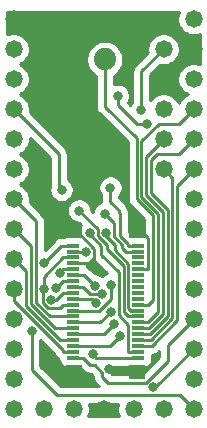
<source format=gbr>
G04 #@! TF.GenerationSoftware,KiCad,Pcbnew,(5.1.0)-1*
G04 #@! TF.CreationDate,2020-11-17T16:37:49-05:00*
G04 #@! TF.ProjectId,T61_LC_Scanner,5436315f-4c43-45f5-9363-616e6e65722e,rev?*
G04 #@! TF.SameCoordinates,Original*
G04 #@! TF.FileFunction,Copper,L2,Bot*
G04 #@! TF.FilePolarity,Positive*
%FSLAX46Y46*%
G04 Gerber Fmt 4.6, Leading zero omitted, Abs format (unit mm)*
G04 Created by KiCad (PCBNEW (5.1.0)-1) date 2020-11-17 16:37:49*
%MOMM*%
%LPD*%
G04 APERTURE LIST*
%ADD10R,1.100000X0.300000*%
%ADD11R,1.320000X1.300000*%
%ADD12C,1.473200*%
%ADD13C,1.879600*%
%ADD14C,0.800000*%
%ADD15C,0.250000*%
%ADD16C,0.254000*%
G04 APERTURE END LIST*
D10*
X135474000Y-110070000D03*
X129974000Y-110070000D03*
X135474000Y-109570000D03*
X129974000Y-109570000D03*
X135474000Y-109070000D03*
X129974000Y-109070000D03*
X135474000Y-108570000D03*
X129974000Y-108570000D03*
X135474000Y-108070000D03*
X129974000Y-108070000D03*
X135474000Y-107570000D03*
X129974000Y-107570000D03*
X135474000Y-107070000D03*
X129974000Y-107070000D03*
X135474000Y-106570000D03*
X129974000Y-106570000D03*
X135474000Y-106070000D03*
X129974000Y-106070000D03*
X135474000Y-105570000D03*
X129974000Y-105570000D03*
X135474000Y-105070000D03*
X129974000Y-105070000D03*
X135474000Y-104570000D03*
X129974000Y-104570000D03*
X135474000Y-104070000D03*
X129974000Y-104070000D03*
X135474000Y-103570000D03*
X129974000Y-103570000D03*
X135474000Y-103070000D03*
X129974000Y-103070000D03*
X135474000Y-102570000D03*
X129974000Y-102570000D03*
X135474000Y-102070000D03*
X129974000Y-102070000D03*
X135474000Y-101570000D03*
X129974000Y-101570000D03*
X135474000Y-101070000D03*
X129974000Y-101070000D03*
X135474000Y-100570000D03*
X129974000Y-100570000D03*
D11*
X135364000Y-99370000D03*
X130084000Y-99370000D03*
X135364000Y-111270000D03*
X130084000Y-111270000D03*
D12*
X137638000Y-94091800D03*
X132558000Y-114411800D03*
X137638000Y-91551800D03*
X130018000Y-114411800D03*
X127478000Y-114411800D03*
X137638000Y-83931800D03*
X135098000Y-114411800D03*
X137638000Y-114411800D03*
X137638000Y-89011800D03*
X140178000Y-81391800D03*
X124938000Y-81391800D03*
X140178000Y-83931800D03*
X140178000Y-86471800D03*
X124938000Y-83931800D03*
X140178000Y-89011800D03*
X140178000Y-91551800D03*
X140178000Y-94091800D03*
X140178000Y-96631800D03*
X140178000Y-99171800D03*
X140178000Y-101711800D03*
X140178000Y-104251800D03*
X140178000Y-106791800D03*
X140178000Y-109331800D03*
X140178000Y-111871800D03*
X140178000Y-114411800D03*
X124938000Y-114411800D03*
X124938000Y-111871800D03*
X124938000Y-109331800D03*
X124938000Y-106791800D03*
X124938000Y-104251800D03*
X124938000Y-101711800D03*
X124938000Y-99171800D03*
X124938000Y-96631800D03*
X124938000Y-94091800D03*
X124938000Y-91551800D03*
X124938000Y-89011800D03*
X124938000Y-86471800D03*
D13*
X132650000Y-84800000D03*
D14*
X133050000Y-111000000D03*
X128854300Y-111300600D03*
X131250000Y-111700000D03*
X135200000Y-98050000D03*
X131622700Y-109748200D03*
X133750000Y-87900000D03*
X136200000Y-90300000D03*
X131788200Y-103956300D03*
X133144800Y-103884800D03*
X133156500Y-106193300D03*
X133410300Y-107208300D03*
X133926500Y-108258500D03*
X131870900Y-105399700D03*
X136777000Y-112570700D03*
X132455300Y-104636800D03*
X128845800Y-102870500D03*
X128501700Y-104195300D03*
X128099000Y-105150000D03*
X127503800Y-104227300D03*
X131388200Y-99485000D03*
X130483300Y-97602100D03*
X132765600Y-99476500D03*
X129000000Y-95850000D03*
X126450000Y-107800000D03*
X127550000Y-102000000D03*
X133127400Y-95650000D03*
X132670200Y-97887800D03*
X135750900Y-89105800D03*
X131084900Y-101137000D03*
D15*
X137638000Y-94091800D02*
X138385000Y-94838800D01*
X138385000Y-94838800D02*
X138385000Y-106726400D01*
X138385000Y-106726400D02*
X136541400Y-108570000D01*
X136541400Y-108570000D02*
X136301700Y-108570000D01*
X135474000Y-108570000D02*
X136301700Y-108570000D01*
X128854300Y-111300600D02*
X129115700Y-111300600D01*
X129115700Y-111300600D02*
X129146300Y-111270000D01*
X135720000Y-99370000D02*
X135364000Y-99370000D01*
X136301700Y-99951700D02*
X135720000Y-99370000D01*
X136301700Y-102542300D02*
X136301700Y-99951700D01*
X135474000Y-102570000D02*
X136274000Y-102570000D01*
X136274000Y-102570000D02*
X136301700Y-102542300D01*
X129974000Y-102070000D02*
X131110400Y-102070000D01*
X131110400Y-102070000D02*
X131380000Y-102070000D01*
X130311900Y-99370000D02*
X130084000Y-99370000D01*
X131770700Y-100828800D02*
X130311900Y-99370000D01*
X131770700Y-101629300D02*
X131770700Y-100828800D01*
X131110400Y-102070000D02*
X131330000Y-102070000D01*
X131330000Y-102070000D02*
X131770700Y-101629300D01*
X131770700Y-101629300D02*
X131770700Y-102070700D01*
X131770700Y-102070700D02*
X131600000Y-102241400D01*
X137638000Y-91551800D02*
X136153100Y-93036700D01*
X136153100Y-93036700D02*
X136153100Y-96283100D01*
X136153100Y-96283100D02*
X137579600Y-97709600D01*
X137579600Y-97709600D02*
X137579600Y-106363000D01*
X137579600Y-106363000D02*
X136372600Y-107570000D01*
X136372600Y-107570000D02*
X135474000Y-107570000D01*
X135474000Y-110070000D02*
X131944500Y-110070000D01*
X131944500Y-110070000D02*
X131622700Y-109748200D01*
X133750000Y-87900000D02*
X133750000Y-88650000D01*
X133750000Y-88650000D02*
X135400000Y-90300000D01*
X135400000Y-90300000D02*
X136200000Y-90300000D01*
X129974000Y-103070000D02*
X130901900Y-103070000D01*
X130901900Y-103070000D02*
X131788200Y-103956300D01*
X138908000Y-90281800D02*
X140178000Y-89011800D01*
X137220754Y-90281800D02*
X138908000Y-90281800D01*
X135474000Y-107070000D02*
X136301700Y-107070000D01*
X136301700Y-107070000D02*
X137174400Y-106197300D01*
X137174400Y-106197300D02*
X137174400Y-97873492D01*
X137174400Y-97873492D02*
X135750400Y-96449492D01*
X135750400Y-96449492D02*
X135750400Y-91752154D01*
X135750400Y-91752154D02*
X137220754Y-90281800D01*
X137078200Y-92821800D02*
X138908000Y-92821800D01*
X136555510Y-93344490D02*
X137078200Y-92821800D01*
X136555510Y-96116418D02*
X136555510Y-93344490D01*
X138908000Y-92821800D02*
X140178000Y-91551800D01*
X136444100Y-108070000D02*
X137982300Y-106531800D01*
X135474000Y-108070000D02*
X136444100Y-108070000D01*
X137982300Y-106531800D02*
X137982300Y-97542700D01*
X137982300Y-97542700D02*
X136613700Y-96174100D01*
X136613700Y-96174100D02*
X136613192Y-96174100D01*
X136613192Y-96174100D02*
X136555510Y-96116418D01*
X136621400Y-109070000D02*
X135474000Y-109070000D01*
X138787410Y-106903990D02*
X136621400Y-109070000D01*
X138787410Y-95482390D02*
X138787410Y-106903990D01*
X140178000Y-94091800D02*
X138787410Y-95482390D01*
X130801700Y-106070000D02*
X130809100Y-106077400D01*
X130809100Y-106077400D02*
X132151700Y-106077400D01*
X132151700Y-106077400D02*
X133144700Y-105084400D01*
X133144700Y-105084400D02*
X133144700Y-103884800D01*
X133144700Y-103884800D02*
X133144800Y-103884800D01*
X129974000Y-106070000D02*
X130801700Y-106070000D01*
X129974000Y-107070000D02*
X132279800Y-107070000D01*
X132279800Y-107070000D02*
X133156500Y-106193300D01*
X133410300Y-107208300D02*
X132548600Y-108070000D01*
X132548600Y-108070000D02*
X129974000Y-108070000D01*
X133926500Y-108258500D02*
X133115000Y-109070000D01*
X133115000Y-109070000D02*
X129974000Y-109070000D01*
X137993500Y-108976300D02*
X140178000Y-106791800D01*
X137993500Y-110346400D02*
X137993500Y-108976300D01*
X136142499Y-112197401D02*
X137993500Y-110346400D01*
X132929101Y-112197401D02*
X136142499Y-112197401D01*
X129974000Y-110070000D02*
X130801700Y-110070000D01*
X130801700Y-110070000D02*
X131415850Y-110684150D01*
X131415850Y-110684150D02*
X131784150Y-110684150D01*
X131784150Y-110684150D02*
X132415850Y-111315850D01*
X132415850Y-111315850D02*
X132415850Y-111684150D01*
X132415850Y-111684150D02*
X132929101Y-112197401D01*
X129974000Y-105070000D02*
X131541200Y-105070000D01*
X131541200Y-105070000D02*
X131870900Y-105399700D01*
X140178000Y-109331800D02*
X136939100Y-112570700D01*
X136939100Y-112570700D02*
X136777000Y-112570700D01*
X130801700Y-104070000D02*
X131368500Y-104636800D01*
X131368500Y-104636800D02*
X132455300Y-104636800D01*
X129974000Y-104070000D02*
X130801700Y-104070000D01*
X129146300Y-102570000D02*
X128845800Y-102870500D01*
X129974000Y-102570000D02*
X129146300Y-102570000D01*
X129146300Y-103570000D02*
X128521000Y-104195300D01*
X128521000Y-104195300D02*
X128501700Y-104195300D01*
X129974000Y-103570000D02*
X129146300Y-103570000D01*
X129146300Y-104570000D02*
X128566300Y-105150000D01*
X128566300Y-105150000D02*
X128099000Y-105150000D01*
X129974000Y-104570000D02*
X129146300Y-104570000D01*
X127503800Y-104227300D02*
X127421300Y-104309800D01*
X127421300Y-104309800D02*
X127421300Y-105430700D01*
X127421300Y-105430700D02*
X127818300Y-105827700D01*
X127818300Y-105827700D02*
X128888600Y-105827700D01*
X128888600Y-105827700D02*
X129146300Y-105570000D01*
X129146300Y-101570000D02*
X127503800Y-103212500D01*
X127503800Y-103212500D02*
X127503800Y-104227300D01*
X129974000Y-105570000D02*
X129146300Y-105570000D01*
X129974000Y-101570000D02*
X129146300Y-101570000D01*
X124938000Y-104251800D02*
X124938000Y-105233800D01*
X124938000Y-105233800D02*
X129146300Y-109442100D01*
X129146300Y-109442100D02*
X129146300Y-109570000D01*
X129974000Y-109570000D02*
X129146300Y-109570000D01*
X124938000Y-101711800D02*
X125952400Y-102726200D01*
X125952400Y-102726200D02*
X125952500Y-102726200D01*
X125952500Y-102726200D02*
X125952500Y-105670700D01*
X125952500Y-105670700D02*
X128851800Y-108570000D01*
X128851800Y-108570000D02*
X129146300Y-108570000D01*
X129974000Y-108570000D02*
X129146300Y-108570000D01*
X124938000Y-99171800D02*
X126404000Y-100637800D01*
X126404000Y-100637800D02*
X126404000Y-105552600D01*
X126404000Y-105552600D02*
X128421400Y-107570000D01*
X128421400Y-107570000D02*
X129974000Y-107570000D01*
X124938000Y-96631800D02*
X126806800Y-98500600D01*
X126806800Y-98500600D02*
X126806900Y-98500600D01*
X126806900Y-98500600D02*
X126806900Y-105385900D01*
X126806900Y-105385900D02*
X127991000Y-106570000D01*
X127991000Y-106570000D02*
X129146300Y-106570000D01*
X129974000Y-106570000D02*
X129146300Y-106570000D01*
X134646300Y-109570000D02*
X134646300Y-107262100D01*
X134646300Y-107262100D02*
X133840800Y-106456600D01*
X133840800Y-106456600D02*
X133840800Y-102820800D01*
X133840800Y-102820800D02*
X132372700Y-101352700D01*
X132372700Y-101352700D02*
X132372700Y-100611900D01*
X132372700Y-100611900D02*
X131388200Y-99627400D01*
X131388200Y-99627400D02*
X131388200Y-99485000D01*
X135474000Y-109570000D02*
X134646300Y-109570000D01*
X134646300Y-106570000D02*
X134243600Y-106167300D01*
X134243600Y-106167300D02*
X134243600Y-102255600D01*
X134243600Y-102255600D02*
X132848700Y-100860700D01*
X132848700Y-100860700D02*
X132848700Y-100518200D01*
X132848700Y-100518200D02*
X132065900Y-99735400D01*
X132065900Y-99735400D02*
X132065900Y-99184700D01*
X132065900Y-99184700D02*
X130483300Y-97602100D01*
X135474000Y-106570000D02*
X134646300Y-106570000D01*
X135474000Y-106070000D02*
X134881300Y-106070000D01*
X134881300Y-106070000D02*
X134646300Y-105835000D01*
X134646300Y-105835000D02*
X134646300Y-102088700D01*
X134646300Y-102088700D02*
X133520900Y-100963300D01*
X133520900Y-100963300D02*
X133520900Y-100544600D01*
X133520900Y-100544600D02*
X132765600Y-99789300D01*
X132765600Y-99789300D02*
X132765600Y-99476500D01*
X128738100Y-95588100D02*
X129000000Y-95850000D01*
X128738100Y-92811900D02*
X128738100Y-95588100D01*
X124938000Y-89011800D02*
X128738100Y-92811900D01*
X126450000Y-109898854D02*
X126450000Y-107800000D01*
X126450000Y-111100000D02*
X126450000Y-109898854D01*
X128598101Y-113248101D02*
X126450000Y-111100000D01*
X140178000Y-114411800D02*
X139014301Y-113248101D01*
X139014301Y-113248101D02*
X128598101Y-113248101D01*
X128980000Y-100570000D02*
X129974000Y-100570000D01*
X127550000Y-102000000D02*
X128980000Y-100570000D01*
X134646300Y-100570000D02*
X134646300Y-100417800D01*
X134646300Y-100417800D02*
X133981700Y-99753200D01*
X133981700Y-99753200D02*
X133981700Y-97860100D01*
X133981700Y-97860100D02*
X133817100Y-97695500D01*
X135474000Y-100570000D02*
X134646300Y-100570000D01*
X133127400Y-95650000D02*
X133127400Y-96877400D01*
X133817100Y-97567100D02*
X133817100Y-97695500D01*
X133127400Y-96877400D02*
X133817100Y-97567100D01*
X135474000Y-101070000D02*
X134471700Y-101070000D01*
X134471700Y-101070000D02*
X134142600Y-100740900D01*
X134142600Y-100740900D02*
X134142600Y-100483800D01*
X134142600Y-100483800D02*
X133443400Y-99784600D01*
X133443400Y-99784600D02*
X133443400Y-98661000D01*
X133443400Y-98661000D02*
X132670200Y-97887800D01*
X132650000Y-88800000D02*
X132650000Y-84800000D01*
X135474000Y-105570000D02*
X136301700Y-105570000D01*
X136301700Y-105570000D02*
X136738100Y-105133600D01*
X136738100Y-105133600D02*
X136738100Y-98006284D01*
X136738100Y-98006284D02*
X135347990Y-96616174D01*
X135347990Y-96616174D02*
X135347990Y-91497990D01*
X135347990Y-91497990D02*
X132650000Y-88800000D01*
X130801700Y-101070000D02*
X131017900Y-101070000D01*
X131017900Y-101070000D02*
X131084900Y-101137000D01*
X137638000Y-83931800D02*
X135750900Y-85818900D01*
X135750900Y-85818900D02*
X135750900Y-89105800D01*
X129974000Y-101070000D02*
X130801700Y-101070000D01*
D16*
G36*
X133779109Y-114011719D02*
G01*
X133726400Y-114276709D01*
X133726400Y-114546891D01*
X133779109Y-114811881D01*
X133841125Y-114961600D01*
X131274875Y-114961600D01*
X131336891Y-114811881D01*
X131389600Y-114546891D01*
X131389600Y-114276709D01*
X131336891Y-114011719D01*
X131335392Y-114008101D01*
X133780608Y-114008101D01*
X133779109Y-114011719D01*
X133779109Y-114011719D01*
G37*
X133779109Y-114011719D02*
X133726400Y-114276709D01*
X133726400Y-114546891D01*
X133779109Y-114811881D01*
X133841125Y-114961600D01*
X131274875Y-114961600D01*
X131336891Y-114811881D01*
X131389600Y-114546891D01*
X131389600Y-114276709D01*
X131336891Y-114011719D01*
X131335392Y-114008101D01*
X133780608Y-114008101D01*
X133779109Y-114011719D01*
G36*
X128418595Y-109789197D02*
G01*
X128440754Y-109862247D01*
X128511326Y-109994276D01*
X128606299Y-110110001D01*
X128722024Y-110204974D01*
X128787917Y-110240195D01*
X128798188Y-110344482D01*
X128834498Y-110464180D01*
X128893463Y-110574494D01*
X128972815Y-110671185D01*
X129069506Y-110750537D01*
X129179820Y-110809502D01*
X129299518Y-110845812D01*
X129424000Y-110858072D01*
X130514971Y-110858072D01*
X130852050Y-111195152D01*
X130875849Y-111224151D01*
X130991574Y-111319124D01*
X131123603Y-111389696D01*
X131266864Y-111433153D01*
X131378517Y-111444150D01*
X131378526Y-111444150D01*
X131415849Y-111447826D01*
X131453172Y-111444150D01*
X131469349Y-111444150D01*
X131655850Y-111630652D01*
X131655850Y-111646828D01*
X131652174Y-111684150D01*
X131655850Y-111721472D01*
X131655850Y-111721483D01*
X131666847Y-111833136D01*
X131710304Y-111976397D01*
X131780876Y-112108426D01*
X131875849Y-112224151D01*
X131904851Y-112247952D01*
X132144999Y-112488101D01*
X128912903Y-112488101D01*
X127210000Y-110785199D01*
X127210000Y-108580602D01*
X128418595Y-109789197D01*
X128418595Y-109789197D01*
G37*
X128418595Y-109789197D02*
X128440754Y-109862247D01*
X128511326Y-109994276D01*
X128606299Y-110110001D01*
X128722024Y-110204974D01*
X128787917Y-110240195D01*
X128798188Y-110344482D01*
X128834498Y-110464180D01*
X128893463Y-110574494D01*
X128972815Y-110671185D01*
X129069506Y-110750537D01*
X129179820Y-110809502D01*
X129299518Y-110845812D01*
X129424000Y-110858072D01*
X130514971Y-110858072D01*
X130852050Y-111195152D01*
X130875849Y-111224151D01*
X130991574Y-111319124D01*
X131123603Y-111389696D01*
X131266864Y-111433153D01*
X131378517Y-111444150D01*
X131378526Y-111444150D01*
X131415849Y-111447826D01*
X131453172Y-111444150D01*
X131469349Y-111444150D01*
X131655850Y-111630652D01*
X131655850Y-111646828D01*
X131652174Y-111684150D01*
X131655850Y-111721472D01*
X131655850Y-111721483D01*
X131666847Y-111833136D01*
X131710304Y-111976397D01*
X131780876Y-112108426D01*
X131875849Y-112224151D01*
X131904851Y-112247952D01*
X132144999Y-112488101D01*
X128912903Y-112488101D01*
X127210000Y-110785199D01*
X127210000Y-108580602D01*
X128418595Y-109789197D01*
G36*
X137233500Y-110031598D02*
G01*
X135827698Y-111437401D01*
X133243903Y-111437401D01*
X133175850Y-111369349D01*
X133175850Y-111353175D01*
X133179526Y-111315850D01*
X133175850Y-111278525D01*
X133175850Y-111278517D01*
X133164853Y-111166864D01*
X133121396Y-111023603D01*
X133050824Y-110891574D01*
X133000292Y-110830000D01*
X134747393Y-110830000D01*
X134799518Y-110845812D01*
X134924000Y-110858072D01*
X136024000Y-110858072D01*
X136148482Y-110845812D01*
X136268180Y-110809502D01*
X136378494Y-110750537D01*
X136475185Y-110671185D01*
X136554537Y-110574494D01*
X136613502Y-110464180D01*
X136649812Y-110344482D01*
X136662072Y-110220000D01*
X136662072Y-109920000D01*
X136653261Y-109830538D01*
X136658722Y-109830000D01*
X136658733Y-109830000D01*
X136770386Y-109819003D01*
X136913647Y-109775546D01*
X137045676Y-109704974D01*
X137161401Y-109610001D01*
X137185204Y-109580997D01*
X137233501Y-109532700D01*
X137233500Y-110031598D01*
X137233500Y-110031598D01*
G37*
X137233500Y-110031598D02*
X135827698Y-111437401D01*
X133243903Y-111437401D01*
X133175850Y-111369349D01*
X133175850Y-111353175D01*
X133179526Y-111315850D01*
X133175850Y-111278525D01*
X133175850Y-111278517D01*
X133164853Y-111166864D01*
X133121396Y-111023603D01*
X133050824Y-110891574D01*
X133000292Y-110830000D01*
X134747393Y-110830000D01*
X134799518Y-110845812D01*
X134924000Y-110858072D01*
X136024000Y-110858072D01*
X136148482Y-110845812D01*
X136268180Y-110809502D01*
X136378494Y-110750537D01*
X136475185Y-110671185D01*
X136554537Y-110574494D01*
X136613502Y-110464180D01*
X136649812Y-110344482D01*
X136662072Y-110220000D01*
X136662072Y-109920000D01*
X136653261Y-109830538D01*
X136658722Y-109830000D01*
X136658733Y-109830000D01*
X136770386Y-109819003D01*
X136913647Y-109775546D01*
X137045676Y-109704974D01*
X137161401Y-109610001D01*
X137185204Y-109580997D01*
X137233501Y-109532700D01*
X137233500Y-110031598D01*
G36*
X131832699Y-101892701D02*
G01*
X131861703Y-101916504D01*
X132837153Y-102891955D01*
X132654544Y-102967595D01*
X132485026Y-103080863D01*
X132427324Y-103138565D01*
X132278456Y-103039095D01*
X132090098Y-102961074D01*
X131890139Y-102921300D01*
X131828002Y-102921300D01*
X131465703Y-102559002D01*
X131441901Y-102529999D01*
X131326176Y-102435026D01*
X131194147Y-102364454D01*
X131155445Y-102352714D01*
X131149812Y-102295518D01*
X131113502Y-102175820D01*
X131111460Y-102172000D01*
X131186839Y-102172000D01*
X131386798Y-102132226D01*
X131575156Y-102054205D01*
X131744674Y-101940937D01*
X131814764Y-101870847D01*
X131832699Y-101892701D01*
X131832699Y-101892701D01*
G37*
X131832699Y-101892701D02*
X131861703Y-101916504D01*
X132837153Y-102891955D01*
X132654544Y-102967595D01*
X132485026Y-103080863D01*
X132427324Y-103138565D01*
X132278456Y-103039095D01*
X132090098Y-102961074D01*
X131890139Y-102921300D01*
X131828002Y-102921300D01*
X131465703Y-102559002D01*
X131441901Y-102529999D01*
X131326176Y-102435026D01*
X131194147Y-102364454D01*
X131155445Y-102352714D01*
X131149812Y-102295518D01*
X131113502Y-102175820D01*
X131111460Y-102172000D01*
X131186839Y-102172000D01*
X131386798Y-102132226D01*
X131575156Y-102054205D01*
X131744674Y-101940937D01*
X131814764Y-101870847D01*
X131832699Y-101892701D01*
G36*
X138859109Y-80991719D02*
G01*
X138806400Y-81256709D01*
X138806400Y-81526891D01*
X138859109Y-81791881D01*
X138962503Y-82041496D01*
X139112608Y-82266144D01*
X139303656Y-82457192D01*
X139528304Y-82607297D01*
X139777919Y-82710691D01*
X140042909Y-82763400D01*
X140313091Y-82763400D01*
X140578081Y-82710691D01*
X140732441Y-82646753D01*
X140732441Y-85216847D01*
X140578081Y-85152909D01*
X140313091Y-85100200D01*
X140042909Y-85100200D01*
X139777919Y-85152909D01*
X139528304Y-85256303D01*
X139303656Y-85406408D01*
X139112608Y-85597456D01*
X138962503Y-85822104D01*
X138859109Y-86071719D01*
X138806400Y-86336709D01*
X138806400Y-86606891D01*
X138859109Y-86871881D01*
X138962503Y-87121496D01*
X139112608Y-87346144D01*
X139303656Y-87537192D01*
X139528304Y-87687297D01*
X139659886Y-87741800D01*
X139528304Y-87796303D01*
X139303656Y-87946408D01*
X139112608Y-88137456D01*
X138962503Y-88362104D01*
X138908000Y-88493686D01*
X138853497Y-88362104D01*
X138703392Y-88137456D01*
X138512344Y-87946408D01*
X138287696Y-87796303D01*
X138038081Y-87692909D01*
X137773091Y-87640200D01*
X137502909Y-87640200D01*
X137237919Y-87692909D01*
X136988304Y-87796303D01*
X136763656Y-87946408D01*
X136572608Y-88137456D01*
X136510900Y-88229809D01*
X136510900Y-86133701D01*
X137368031Y-85276571D01*
X137502909Y-85303400D01*
X137773091Y-85303400D01*
X138038081Y-85250691D01*
X138287696Y-85147297D01*
X138512344Y-84997192D01*
X138703392Y-84806144D01*
X138853497Y-84581496D01*
X138956891Y-84331881D01*
X139009600Y-84066891D01*
X139009600Y-83796709D01*
X138956891Y-83531719D01*
X138853497Y-83282104D01*
X138703392Y-83057456D01*
X138512344Y-82866408D01*
X138287696Y-82716303D01*
X138038081Y-82612909D01*
X137773091Y-82560200D01*
X137502909Y-82560200D01*
X137237919Y-82612909D01*
X136988304Y-82716303D01*
X136763656Y-82866408D01*
X136572608Y-83057456D01*
X136422503Y-83282104D01*
X136319109Y-83531719D01*
X136266400Y-83796709D01*
X136266400Y-84066891D01*
X136293229Y-84201769D01*
X135239902Y-85255097D01*
X135210899Y-85278899D01*
X135155771Y-85346074D01*
X135115926Y-85394624D01*
X135045355Y-85526653D01*
X135045354Y-85526654D01*
X135001897Y-85669915D01*
X134990900Y-85781568D01*
X134990900Y-85781578D01*
X134987224Y-85818900D01*
X134990900Y-85856223D01*
X134990901Y-88402088D01*
X134946963Y-88446026D01*
X134833695Y-88615544D01*
X134820998Y-88646197D01*
X134626290Y-88451489D01*
X134667205Y-88390256D01*
X134745226Y-88201898D01*
X134785000Y-88001939D01*
X134785000Y-87798061D01*
X134745226Y-87598102D01*
X134667205Y-87409744D01*
X134553937Y-87240226D01*
X134409774Y-87096063D01*
X134240256Y-86982795D01*
X134051898Y-86904774D01*
X133851939Y-86865000D01*
X133648061Y-86865000D01*
X133448102Y-86904774D01*
X133410000Y-86920556D01*
X133410000Y-86186181D01*
X133653877Y-86023227D01*
X133873227Y-85803877D01*
X134045570Y-85545948D01*
X134164282Y-85259352D01*
X134224800Y-84955104D01*
X134224800Y-84644896D01*
X134164282Y-84340648D01*
X134045570Y-84054052D01*
X133873227Y-83796123D01*
X133653877Y-83576773D01*
X133395948Y-83404430D01*
X133109352Y-83285718D01*
X132805104Y-83225200D01*
X132494896Y-83225200D01*
X132190648Y-83285718D01*
X131904052Y-83404430D01*
X131646123Y-83576773D01*
X131426773Y-83796123D01*
X131254430Y-84054052D01*
X131135718Y-84340648D01*
X131075200Y-84644896D01*
X131075200Y-84955104D01*
X131135718Y-85259352D01*
X131254430Y-85545948D01*
X131426773Y-85803877D01*
X131646123Y-86023227D01*
X131890001Y-86186181D01*
X131890000Y-88762677D01*
X131886324Y-88800000D01*
X131890000Y-88837322D01*
X131890000Y-88837332D01*
X131900997Y-88948985D01*
X131920052Y-89011801D01*
X131944454Y-89092246D01*
X132015026Y-89224276D01*
X132048448Y-89265000D01*
X132109999Y-89340001D01*
X132139003Y-89363804D01*
X134587991Y-91812793D01*
X134587990Y-96578851D01*
X134584314Y-96616174D01*
X134587990Y-96653496D01*
X134587990Y-96653506D01*
X134598987Y-96765159D01*
X134633716Y-96879646D01*
X134642444Y-96908420D01*
X134713016Y-97040450D01*
X134741064Y-97074626D01*
X134807989Y-97156175D01*
X134836992Y-97179977D01*
X135978101Y-98321088D01*
X135978101Y-99781928D01*
X135085230Y-99781928D01*
X134741700Y-99438399D01*
X134741700Y-97897433D01*
X134745377Y-97860100D01*
X134730703Y-97711114D01*
X134709458Y-97641077D01*
X134687246Y-97567853D01*
X134616674Y-97435824D01*
X134544973Y-97348456D01*
X134522646Y-97274853D01*
X134520706Y-97271224D01*
X134452074Y-97142823D01*
X134380899Y-97056097D01*
X134357101Y-97027099D01*
X134328104Y-97003302D01*
X133887400Y-96562599D01*
X133887400Y-96353711D01*
X133931337Y-96309774D01*
X134044605Y-96140256D01*
X134122626Y-95951898D01*
X134162400Y-95751939D01*
X134162400Y-95548061D01*
X134122626Y-95348102D01*
X134044605Y-95159744D01*
X133931337Y-94990226D01*
X133787174Y-94846063D01*
X133617656Y-94732795D01*
X133429298Y-94654774D01*
X133229339Y-94615000D01*
X133025461Y-94615000D01*
X132825502Y-94654774D01*
X132637144Y-94732795D01*
X132467626Y-94846063D01*
X132323463Y-94990226D01*
X132210195Y-95159744D01*
X132132174Y-95348102D01*
X132092400Y-95548061D01*
X132092400Y-95751939D01*
X132132174Y-95951898D01*
X132210195Y-96140256D01*
X132323463Y-96309774D01*
X132367401Y-96353712D01*
X132367401Y-96840068D01*
X132363724Y-96877400D01*
X132365339Y-96893801D01*
X132179944Y-96970595D01*
X132010426Y-97083863D01*
X131866263Y-97228026D01*
X131752995Y-97397544D01*
X131674974Y-97585902D01*
X131652896Y-97696895D01*
X131518300Y-97562298D01*
X131518300Y-97500161D01*
X131478526Y-97300202D01*
X131400505Y-97111844D01*
X131287237Y-96942326D01*
X131143074Y-96798163D01*
X130973556Y-96684895D01*
X130785198Y-96606874D01*
X130585239Y-96567100D01*
X130381361Y-96567100D01*
X130181402Y-96606874D01*
X129993044Y-96684895D01*
X129823526Y-96798163D01*
X129679363Y-96942326D01*
X129566095Y-97111844D01*
X129488074Y-97300202D01*
X129448300Y-97500161D01*
X129448300Y-97704039D01*
X129488074Y-97903998D01*
X129566095Y-98092356D01*
X129679363Y-98261874D01*
X129823526Y-98406037D01*
X129993044Y-98519305D01*
X130181402Y-98597326D01*
X130381361Y-98637100D01*
X130443498Y-98637100D01*
X130607944Y-98801545D01*
X130584263Y-98825226D01*
X130470995Y-98994744D01*
X130392974Y-99183102D01*
X130353200Y-99383061D01*
X130353200Y-99586939D01*
X130391985Y-99781928D01*
X129424000Y-99781928D01*
X129299518Y-99794188D01*
X129247393Y-99810000D01*
X129017322Y-99810000D01*
X128979999Y-99806324D01*
X128942676Y-99810000D01*
X128942667Y-99810000D01*
X128831014Y-99820997D01*
X128687753Y-99864454D01*
X128555724Y-99935026D01*
X128555722Y-99935027D01*
X128555723Y-99935027D01*
X128468996Y-100006201D01*
X128468992Y-100006205D01*
X128439999Y-100029999D01*
X128416205Y-100058992D01*
X127566900Y-100908298D01*
X127566900Y-98537933D01*
X127570577Y-98500600D01*
X127563679Y-98430559D01*
X127555903Y-98351614D01*
X127512446Y-98208353D01*
X127441874Y-98076324D01*
X127346901Y-97960599D01*
X127317346Y-97936344D01*
X126282771Y-96901770D01*
X126309600Y-96766891D01*
X126309600Y-96496709D01*
X126256891Y-96231719D01*
X126153497Y-95982104D01*
X126003392Y-95757456D01*
X125812344Y-95566408D01*
X125587696Y-95416303D01*
X125456114Y-95361800D01*
X125587696Y-95307297D01*
X125812344Y-95157192D01*
X126003392Y-94966144D01*
X126153497Y-94741496D01*
X126256891Y-94491881D01*
X126309600Y-94226891D01*
X126309600Y-93956709D01*
X126256891Y-93691719D01*
X126153497Y-93442104D01*
X126003392Y-93217456D01*
X125812344Y-93026408D01*
X125587696Y-92876303D01*
X125456114Y-92821800D01*
X125587696Y-92767297D01*
X125812344Y-92617192D01*
X126003392Y-92426144D01*
X126153497Y-92201496D01*
X126256891Y-91951881D01*
X126309600Y-91686891D01*
X126309600Y-91458202D01*
X127978100Y-93126702D01*
X127978101Y-95550768D01*
X127974424Y-95588100D01*
X127978101Y-95625433D01*
X127981840Y-95663398D01*
X127965000Y-95748061D01*
X127965000Y-95951939D01*
X128004774Y-96151898D01*
X128082795Y-96340256D01*
X128196063Y-96509774D01*
X128340226Y-96653937D01*
X128509744Y-96767205D01*
X128698102Y-96845226D01*
X128898061Y-96885000D01*
X129101939Y-96885000D01*
X129301898Y-96845226D01*
X129490256Y-96767205D01*
X129659774Y-96653937D01*
X129803937Y-96509774D01*
X129917205Y-96340256D01*
X129995226Y-96151898D01*
X130035000Y-95951939D01*
X130035000Y-95748061D01*
X129995226Y-95548102D01*
X129917205Y-95359744D01*
X129803937Y-95190226D01*
X129659774Y-95046063D01*
X129498100Y-94938036D01*
X129498100Y-92849223D01*
X129501776Y-92811900D01*
X129498100Y-92774577D01*
X129498100Y-92774567D01*
X129487103Y-92662914D01*
X129443646Y-92519653D01*
X129380612Y-92401726D01*
X129373074Y-92387623D01*
X129301899Y-92300897D01*
X129278101Y-92271899D01*
X129249104Y-92248102D01*
X126282771Y-89281770D01*
X126309600Y-89146891D01*
X126309600Y-88876709D01*
X126256891Y-88611719D01*
X126153497Y-88362104D01*
X126003392Y-88137456D01*
X125812344Y-87946408D01*
X125587696Y-87796303D01*
X125456114Y-87741800D01*
X125587696Y-87687297D01*
X125812344Y-87537192D01*
X126003392Y-87346144D01*
X126153497Y-87121496D01*
X126256891Y-86871881D01*
X126309600Y-86606891D01*
X126309600Y-86336709D01*
X126256891Y-86071719D01*
X126153497Y-85822104D01*
X126003392Y-85597456D01*
X125812344Y-85406408D01*
X125587696Y-85256303D01*
X125456114Y-85201800D01*
X125587696Y-85147297D01*
X125812344Y-84997192D01*
X126003392Y-84806144D01*
X126153497Y-84581496D01*
X126256891Y-84331881D01*
X126309600Y-84066891D01*
X126309600Y-83796709D01*
X126256891Y-83531719D01*
X126153497Y-83282104D01*
X126003392Y-83057456D01*
X125812344Y-82866408D01*
X125587696Y-82716303D01*
X125338081Y-82612909D01*
X125073091Y-82560200D01*
X124802909Y-82560200D01*
X124537919Y-82612909D01*
X124377520Y-82679348D01*
X124377520Y-80813600D01*
X138932888Y-80813600D01*
X138859109Y-80991719D01*
X138859109Y-80991719D01*
G37*
X138859109Y-80991719D02*
X138806400Y-81256709D01*
X138806400Y-81526891D01*
X138859109Y-81791881D01*
X138962503Y-82041496D01*
X139112608Y-82266144D01*
X139303656Y-82457192D01*
X139528304Y-82607297D01*
X139777919Y-82710691D01*
X140042909Y-82763400D01*
X140313091Y-82763400D01*
X140578081Y-82710691D01*
X140732441Y-82646753D01*
X140732441Y-85216847D01*
X140578081Y-85152909D01*
X140313091Y-85100200D01*
X140042909Y-85100200D01*
X139777919Y-85152909D01*
X139528304Y-85256303D01*
X139303656Y-85406408D01*
X139112608Y-85597456D01*
X138962503Y-85822104D01*
X138859109Y-86071719D01*
X138806400Y-86336709D01*
X138806400Y-86606891D01*
X138859109Y-86871881D01*
X138962503Y-87121496D01*
X139112608Y-87346144D01*
X139303656Y-87537192D01*
X139528304Y-87687297D01*
X139659886Y-87741800D01*
X139528304Y-87796303D01*
X139303656Y-87946408D01*
X139112608Y-88137456D01*
X138962503Y-88362104D01*
X138908000Y-88493686D01*
X138853497Y-88362104D01*
X138703392Y-88137456D01*
X138512344Y-87946408D01*
X138287696Y-87796303D01*
X138038081Y-87692909D01*
X137773091Y-87640200D01*
X137502909Y-87640200D01*
X137237919Y-87692909D01*
X136988304Y-87796303D01*
X136763656Y-87946408D01*
X136572608Y-88137456D01*
X136510900Y-88229809D01*
X136510900Y-86133701D01*
X137368031Y-85276571D01*
X137502909Y-85303400D01*
X137773091Y-85303400D01*
X138038081Y-85250691D01*
X138287696Y-85147297D01*
X138512344Y-84997192D01*
X138703392Y-84806144D01*
X138853497Y-84581496D01*
X138956891Y-84331881D01*
X139009600Y-84066891D01*
X139009600Y-83796709D01*
X138956891Y-83531719D01*
X138853497Y-83282104D01*
X138703392Y-83057456D01*
X138512344Y-82866408D01*
X138287696Y-82716303D01*
X138038081Y-82612909D01*
X137773091Y-82560200D01*
X137502909Y-82560200D01*
X137237919Y-82612909D01*
X136988304Y-82716303D01*
X136763656Y-82866408D01*
X136572608Y-83057456D01*
X136422503Y-83282104D01*
X136319109Y-83531719D01*
X136266400Y-83796709D01*
X136266400Y-84066891D01*
X136293229Y-84201769D01*
X135239902Y-85255097D01*
X135210899Y-85278899D01*
X135155771Y-85346074D01*
X135115926Y-85394624D01*
X135045355Y-85526653D01*
X135045354Y-85526654D01*
X135001897Y-85669915D01*
X134990900Y-85781568D01*
X134990900Y-85781578D01*
X134987224Y-85818900D01*
X134990900Y-85856223D01*
X134990901Y-88402088D01*
X134946963Y-88446026D01*
X134833695Y-88615544D01*
X134820998Y-88646197D01*
X134626290Y-88451489D01*
X134667205Y-88390256D01*
X134745226Y-88201898D01*
X134785000Y-88001939D01*
X134785000Y-87798061D01*
X134745226Y-87598102D01*
X134667205Y-87409744D01*
X134553937Y-87240226D01*
X134409774Y-87096063D01*
X134240256Y-86982795D01*
X134051898Y-86904774D01*
X133851939Y-86865000D01*
X133648061Y-86865000D01*
X133448102Y-86904774D01*
X133410000Y-86920556D01*
X133410000Y-86186181D01*
X133653877Y-86023227D01*
X133873227Y-85803877D01*
X134045570Y-85545948D01*
X134164282Y-85259352D01*
X134224800Y-84955104D01*
X134224800Y-84644896D01*
X134164282Y-84340648D01*
X134045570Y-84054052D01*
X133873227Y-83796123D01*
X133653877Y-83576773D01*
X133395948Y-83404430D01*
X133109352Y-83285718D01*
X132805104Y-83225200D01*
X132494896Y-83225200D01*
X132190648Y-83285718D01*
X131904052Y-83404430D01*
X131646123Y-83576773D01*
X131426773Y-83796123D01*
X131254430Y-84054052D01*
X131135718Y-84340648D01*
X131075200Y-84644896D01*
X131075200Y-84955104D01*
X131135718Y-85259352D01*
X131254430Y-85545948D01*
X131426773Y-85803877D01*
X131646123Y-86023227D01*
X131890001Y-86186181D01*
X131890000Y-88762677D01*
X131886324Y-88800000D01*
X131890000Y-88837322D01*
X131890000Y-88837332D01*
X131900997Y-88948985D01*
X131920052Y-89011801D01*
X131944454Y-89092246D01*
X132015026Y-89224276D01*
X132048448Y-89265000D01*
X132109999Y-89340001D01*
X132139003Y-89363804D01*
X134587991Y-91812793D01*
X134587990Y-96578851D01*
X134584314Y-96616174D01*
X134587990Y-96653496D01*
X134587990Y-96653506D01*
X134598987Y-96765159D01*
X134633716Y-96879646D01*
X134642444Y-96908420D01*
X134713016Y-97040450D01*
X134741064Y-97074626D01*
X134807989Y-97156175D01*
X134836992Y-97179977D01*
X135978101Y-98321088D01*
X135978101Y-99781928D01*
X135085230Y-99781928D01*
X134741700Y-99438399D01*
X134741700Y-97897433D01*
X134745377Y-97860100D01*
X134730703Y-97711114D01*
X134709458Y-97641077D01*
X134687246Y-97567853D01*
X134616674Y-97435824D01*
X134544973Y-97348456D01*
X134522646Y-97274853D01*
X134520706Y-97271224D01*
X134452074Y-97142823D01*
X134380899Y-97056097D01*
X134357101Y-97027099D01*
X134328104Y-97003302D01*
X133887400Y-96562599D01*
X133887400Y-96353711D01*
X133931337Y-96309774D01*
X134044605Y-96140256D01*
X134122626Y-95951898D01*
X134162400Y-95751939D01*
X134162400Y-95548061D01*
X134122626Y-95348102D01*
X134044605Y-95159744D01*
X133931337Y-94990226D01*
X133787174Y-94846063D01*
X133617656Y-94732795D01*
X133429298Y-94654774D01*
X133229339Y-94615000D01*
X133025461Y-94615000D01*
X132825502Y-94654774D01*
X132637144Y-94732795D01*
X132467626Y-94846063D01*
X132323463Y-94990226D01*
X132210195Y-95159744D01*
X132132174Y-95348102D01*
X132092400Y-95548061D01*
X132092400Y-95751939D01*
X132132174Y-95951898D01*
X132210195Y-96140256D01*
X132323463Y-96309774D01*
X132367401Y-96353712D01*
X132367401Y-96840068D01*
X132363724Y-96877400D01*
X132365339Y-96893801D01*
X132179944Y-96970595D01*
X132010426Y-97083863D01*
X131866263Y-97228026D01*
X131752995Y-97397544D01*
X131674974Y-97585902D01*
X131652896Y-97696895D01*
X131518300Y-97562298D01*
X131518300Y-97500161D01*
X131478526Y-97300202D01*
X131400505Y-97111844D01*
X131287237Y-96942326D01*
X131143074Y-96798163D01*
X130973556Y-96684895D01*
X130785198Y-96606874D01*
X130585239Y-96567100D01*
X130381361Y-96567100D01*
X130181402Y-96606874D01*
X129993044Y-96684895D01*
X129823526Y-96798163D01*
X129679363Y-96942326D01*
X129566095Y-97111844D01*
X129488074Y-97300202D01*
X129448300Y-97500161D01*
X129448300Y-97704039D01*
X129488074Y-97903998D01*
X129566095Y-98092356D01*
X129679363Y-98261874D01*
X129823526Y-98406037D01*
X129993044Y-98519305D01*
X130181402Y-98597326D01*
X130381361Y-98637100D01*
X130443498Y-98637100D01*
X130607944Y-98801545D01*
X130584263Y-98825226D01*
X130470995Y-98994744D01*
X130392974Y-99183102D01*
X130353200Y-99383061D01*
X130353200Y-99586939D01*
X130391985Y-99781928D01*
X129424000Y-99781928D01*
X129299518Y-99794188D01*
X129247393Y-99810000D01*
X129017322Y-99810000D01*
X128979999Y-99806324D01*
X128942676Y-99810000D01*
X128942667Y-99810000D01*
X128831014Y-99820997D01*
X128687753Y-99864454D01*
X128555724Y-99935026D01*
X128555722Y-99935027D01*
X128555723Y-99935027D01*
X128468996Y-100006201D01*
X128468992Y-100006205D01*
X128439999Y-100029999D01*
X128416205Y-100058992D01*
X127566900Y-100908298D01*
X127566900Y-98537933D01*
X127570577Y-98500600D01*
X127563679Y-98430559D01*
X127555903Y-98351614D01*
X127512446Y-98208353D01*
X127441874Y-98076324D01*
X127346901Y-97960599D01*
X127317346Y-97936344D01*
X126282771Y-96901770D01*
X126309600Y-96766891D01*
X126309600Y-96496709D01*
X126256891Y-96231719D01*
X126153497Y-95982104D01*
X126003392Y-95757456D01*
X125812344Y-95566408D01*
X125587696Y-95416303D01*
X125456114Y-95361800D01*
X125587696Y-95307297D01*
X125812344Y-95157192D01*
X126003392Y-94966144D01*
X126153497Y-94741496D01*
X126256891Y-94491881D01*
X126309600Y-94226891D01*
X126309600Y-93956709D01*
X126256891Y-93691719D01*
X126153497Y-93442104D01*
X126003392Y-93217456D01*
X125812344Y-93026408D01*
X125587696Y-92876303D01*
X125456114Y-92821800D01*
X125587696Y-92767297D01*
X125812344Y-92617192D01*
X126003392Y-92426144D01*
X126153497Y-92201496D01*
X126256891Y-91951881D01*
X126309600Y-91686891D01*
X126309600Y-91458202D01*
X127978100Y-93126702D01*
X127978101Y-95550768D01*
X127974424Y-95588100D01*
X127978101Y-95625433D01*
X127981840Y-95663398D01*
X127965000Y-95748061D01*
X127965000Y-95951939D01*
X128004774Y-96151898D01*
X128082795Y-96340256D01*
X128196063Y-96509774D01*
X128340226Y-96653937D01*
X128509744Y-96767205D01*
X128698102Y-96845226D01*
X128898061Y-96885000D01*
X129101939Y-96885000D01*
X129301898Y-96845226D01*
X129490256Y-96767205D01*
X129659774Y-96653937D01*
X129803937Y-96509774D01*
X129917205Y-96340256D01*
X129995226Y-96151898D01*
X130035000Y-95951939D01*
X130035000Y-95748061D01*
X129995226Y-95548102D01*
X129917205Y-95359744D01*
X129803937Y-95190226D01*
X129659774Y-95046063D01*
X129498100Y-94938036D01*
X129498100Y-92849223D01*
X129501776Y-92811900D01*
X129498100Y-92774577D01*
X129498100Y-92774567D01*
X129487103Y-92662914D01*
X129443646Y-92519653D01*
X129380612Y-92401726D01*
X129373074Y-92387623D01*
X129301899Y-92300897D01*
X129278101Y-92271899D01*
X129249104Y-92248102D01*
X126282771Y-89281770D01*
X126309600Y-89146891D01*
X126309600Y-88876709D01*
X126256891Y-88611719D01*
X126153497Y-88362104D01*
X126003392Y-88137456D01*
X125812344Y-87946408D01*
X125587696Y-87796303D01*
X125456114Y-87741800D01*
X125587696Y-87687297D01*
X125812344Y-87537192D01*
X126003392Y-87346144D01*
X126153497Y-87121496D01*
X126256891Y-86871881D01*
X126309600Y-86606891D01*
X126309600Y-86336709D01*
X126256891Y-86071719D01*
X126153497Y-85822104D01*
X126003392Y-85597456D01*
X125812344Y-85406408D01*
X125587696Y-85256303D01*
X125456114Y-85201800D01*
X125587696Y-85147297D01*
X125812344Y-84997192D01*
X126003392Y-84806144D01*
X126153497Y-84581496D01*
X126256891Y-84331881D01*
X126309600Y-84066891D01*
X126309600Y-83796709D01*
X126256891Y-83531719D01*
X126153497Y-83282104D01*
X126003392Y-83057456D01*
X125812344Y-82866408D01*
X125587696Y-82716303D01*
X125338081Y-82612909D01*
X125073091Y-82560200D01*
X124802909Y-82560200D01*
X124537919Y-82612909D01*
X124377520Y-82679348D01*
X124377520Y-80813600D01*
X138932888Y-80813600D01*
X138859109Y-80991719D01*
M02*

</source>
